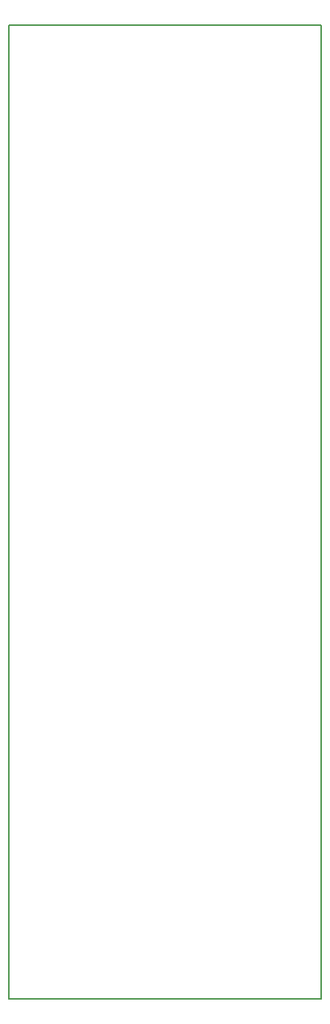
<source format=gbo>
G04 MADE WITH FRITZING*
G04 WWW.FRITZING.ORG*
G04 DOUBLE SIDED*
G04 HOLES PLATED*
G04 CONTOUR ON CENTER OF CONTOUR VECTOR*
%ASAXBY*%
%FSLAX23Y23*%
%MOIN*%
%OFA0B0*%
%SFA1.0B1.0*%
%ADD10R,1.419250X4.398830X1.403250X4.382830*%
%ADD11C,0.008000*%
%LNSILK0*%
G90*
G70*
G54D11*
X4Y4395D02*
X1415Y4395D01*
X1415Y4D01*
X4Y4D01*
X4Y4395D01*
D02*
G04 End of Silk0*
M02*
</source>
